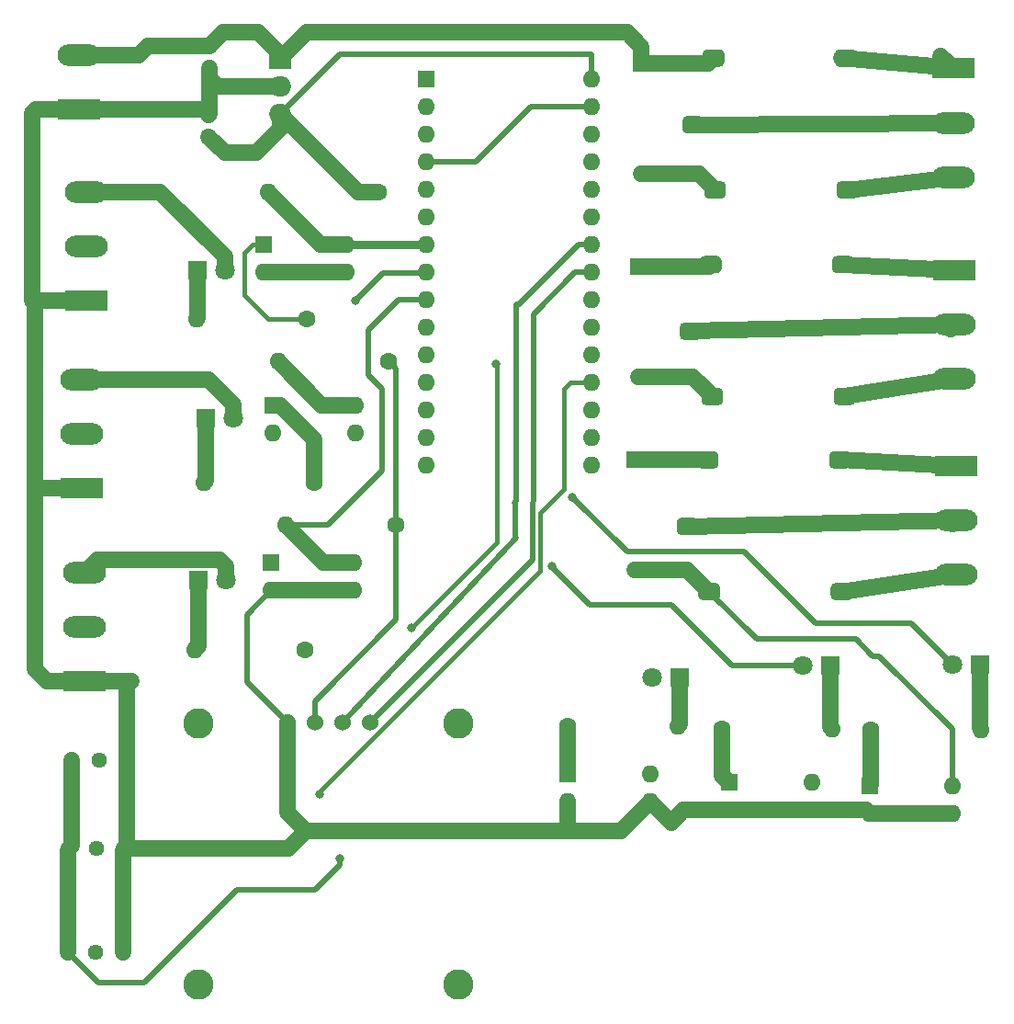
<source format=gbr>
%TF.GenerationSoftware,KiCad,Pcbnew,(5.1.6)-1*%
%TF.CreationDate,2020-11-28T00:37:20-05:00*%
%TF.ProjectId,arduino_graphite,61726475-696e-46f5-9f67-726170686974,rev?*%
%TF.SameCoordinates,Original*%
%TF.FileFunction,Copper,L2,Bot*%
%TF.FilePolarity,Positive*%
%FSLAX46Y46*%
G04 Gerber Fmt 4.6, Leading zero omitted, Abs format (unit mm)*
G04 Created by KiCad (PCBNEW (5.1.6)-1) date 2020-11-28 00:37:20*
%MOMM*%
%LPD*%
G01*
G04 APERTURE LIST*
%TA.AperFunction,ComponentPad*%
%ADD10O,3.960000X1.980000*%
%TD*%
%TA.AperFunction,ComponentPad*%
%ADD11R,3.960000X1.980000*%
%TD*%
%TA.AperFunction,ComponentPad*%
%ADD12C,2.800000*%
%TD*%
%TA.AperFunction,ComponentPad*%
%ADD13C,1.524000*%
%TD*%
%TA.AperFunction,ComponentPad*%
%ADD14O,1.600000X1.600000*%
%TD*%
%TA.AperFunction,ComponentPad*%
%ADD15R,1.600000X1.600000*%
%TD*%
%TA.AperFunction,ComponentPad*%
%ADD16C,1.800000*%
%TD*%
%TA.AperFunction,ComponentPad*%
%ADD17R,1.800000X1.800000*%
%TD*%
%TA.AperFunction,ComponentPad*%
%ADD18C,1.200000*%
%TD*%
%TA.AperFunction,ComponentPad*%
%ADD19R,1.200000X1.200000*%
%TD*%
%TA.AperFunction,ComponentPad*%
%ADD20O,1.500000X1.500000*%
%TD*%
%TA.AperFunction,ComponentPad*%
%ADD21R,1.500000X1.500000*%
%TD*%
%TA.AperFunction,ComponentPad*%
%ADD22C,1.600000*%
%TD*%
%TA.AperFunction,ComponentPad*%
%ADD23C,1.440000*%
%TD*%
%TA.AperFunction,ComponentPad*%
%ADD24O,2.000000X1.905000*%
%TD*%
%TA.AperFunction,ComponentPad*%
%ADD25R,2.000000X1.905000*%
%TD*%
%TA.AperFunction,ViaPad*%
%ADD26C,0.800000*%
%TD*%
%TA.AperFunction,Conductor*%
%ADD27C,0.400000*%
%TD*%
%TA.AperFunction,Conductor*%
%ADD28C,1.500000*%
%TD*%
%TA.AperFunction,Conductor*%
%ADD29C,0.500000*%
%TD*%
%TA.AperFunction,Conductor*%
%ADD30C,0.800000*%
%TD*%
%TA.AperFunction,Conductor*%
%ADD31C,0.250000*%
%TD*%
G04 APERTURE END LIST*
D10*
%TO.P,J4,2*%
%TO.N,+24vdc*%
X43434000Y-36833800D03*
D11*
%TO.P,J4,1*%
%TO.N,GND*%
X43434000Y-41833800D03*
%TD*%
D10*
%TO.P,J5,3*%
%TO.N,Net-(J5-Pad3)*%
X124028200Y-48074600D03*
%TO.P,J5,2*%
%TO.N,Net-(J5-Pad2)*%
X124028200Y-43074600D03*
D11*
%TO.P,J5,1*%
%TO.N,Net-(J5-Pad1)*%
X124028200Y-38074600D03*
%TD*%
D10*
%TO.P,J1,3*%
%TO.N,Net-(D1-Pad2)*%
X44119800Y-49436000D03*
%TO.P,J1,2*%
%TO.N,+24vdc*%
X44119800Y-54436000D03*
D11*
%TO.P,J1,1*%
%TO.N,GND*%
X44119800Y-59436000D03*
%TD*%
D10*
%TO.P,J2,3*%
%TO.N,Net-(D3-Pad2)*%
X43713400Y-66758800D03*
%TO.P,J2,2*%
%TO.N,+24vdc*%
X43713400Y-71758800D03*
D11*
%TO.P,J2,1*%
%TO.N,GND*%
X43713400Y-76758800D03*
%TD*%
D10*
%TO.P,J3,3*%
%TO.N,Net-(D2-Pad2)*%
X43967400Y-84538800D03*
%TO.P,J3,2*%
%TO.N,+24vdc*%
X43967400Y-89538800D03*
D11*
%TO.P,J3,1*%
%TO.N,GND*%
X43967400Y-94538800D03*
%TD*%
D10*
%TO.P,J6,3*%
%TO.N,Net-(J6-Pad3)*%
X124155200Y-66692800D03*
%TO.P,J6,2*%
%TO.N,Net-(J6-Pad2)*%
X124155200Y-61692800D03*
D11*
%TO.P,J6,1*%
%TO.N,Net-(J6-Pad1)*%
X124155200Y-56692800D03*
%TD*%
D10*
%TO.P,J7,3*%
%TO.N,Net-(J7-Pad3)*%
X124282200Y-84726800D03*
%TO.P,J7,2*%
%TO.N,Net-(J7-Pad2)*%
X124282200Y-79726800D03*
D11*
%TO.P,J7,1*%
%TO.N,Net-(J7-Pad1)*%
X124282200Y-74726800D03*
%TD*%
D12*
%TO.P,U5,*%
%TO.N,*%
X54446400Y-122439200D03*
X78446400Y-122439200D03*
X78446400Y-98439200D03*
X54446400Y-98439200D03*
D13*
%TO.P,U5,4*%
%TO.N,A4*%
X70256400Y-98339200D03*
%TO.P,U5,3*%
%TO.N,A5*%
X67716400Y-98339200D03*
%TO.P,U5,2*%
%TO.N,+5vdc*%
X65176400Y-98339200D03*
%TO.P,U5,1*%
%TO.N,GND*%
X62636400Y-98339200D03*
%TD*%
D14*
%TO.P,A1,16*%
%TO.N,Net-(A1-Pad16)*%
X90703400Y-74625200D03*
%TO.P,A1,15*%
%TO.N,out_chamber*%
X75463400Y-74625200D03*
%TO.P,A1,30*%
%TO.N,+5vdc*%
X90703400Y-39065200D03*
%TO.P,A1,14*%
%TO.N,out_vibrator*%
X75463400Y-72085200D03*
%TO.P,A1,29*%
%TO.N,GND*%
X90703400Y-41605200D03*
%TO.P,A1,13*%
%TO.N,out_hopper*%
X75463400Y-69545200D03*
%TO.P,A1,28*%
%TO.N,Net-(A1-Pad28)*%
X90703400Y-44145200D03*
%TO.P,A1,12*%
%TO.N,Net-(A1-Pad12)*%
X75463400Y-67005200D03*
%TO.P,A1,27*%
%TO.N,Net-(A1-Pad27)*%
X90703400Y-46685200D03*
%TO.P,A1,11*%
%TO.N,Net-(A1-Pad11)*%
X75463400Y-64465200D03*
%TO.P,A1,26*%
%TO.N,A7*%
X90703400Y-49225200D03*
%TO.P,A1,10*%
%TO.N,Net-(A1-Pad10)*%
X75463400Y-61925200D03*
%TO.P,A1,25*%
%TO.N,Net-(A1-Pad25)*%
X90703400Y-51765200D03*
%TO.P,A1,9*%
%TO.N,safety_doors*%
X75463400Y-59385200D03*
%TO.P,A1,24*%
%TO.N,A5*%
X90703400Y-54305200D03*
%TO.P,A1,8*%
%TO.N,level_chamber*%
X75463400Y-56845200D03*
%TO.P,A1,23*%
%TO.N,A4*%
X90703400Y-56845200D03*
%TO.P,A1,7*%
%TO.N,gate_hopper*%
X75463400Y-54305200D03*
%TO.P,A1,22*%
%TO.N,Net-(A1-Pad22)*%
X90703400Y-59385200D03*
%TO.P,A1,6*%
%TO.N,Net-(A1-Pad6)*%
X75463400Y-51765200D03*
%TO.P,A1,21*%
%TO.N,Net-(A1-Pad21)*%
X90703400Y-61925200D03*
%TO.P,A1,5*%
%TO.N,Net-(A1-Pad5)*%
X75463400Y-49225200D03*
%TO.P,A1,20*%
%TO.N,A1*%
X90703400Y-64465200D03*
%TO.P,A1,4*%
%TO.N,GND*%
X75463400Y-46685200D03*
%TO.P,A1,19*%
%TO.N,Ao*%
X90703400Y-67005200D03*
%TO.P,A1,3*%
%TO.N,Net-(A1-Pad3)*%
X75463400Y-44145200D03*
%TO.P,A1,18*%
%TO.N,Net-(A1-Pad18)*%
X90703400Y-69545200D03*
%TO.P,A1,2*%
%TO.N,Net-(A1-Pad2)*%
X75463400Y-41605200D03*
%TO.P,A1,17*%
%TO.N,Net-(A1-Pad17)*%
X90703400Y-72085200D03*
D15*
%TO.P,A1,1*%
%TO.N,Net-(A1-Pad1)*%
X75463400Y-39065200D03*
%TD*%
D16*
%TO.P,D1,2*%
%TO.N,Net-(D1-Pad2)*%
X56870600Y-56692800D03*
D17*
%TO.P,D1,1*%
%TO.N,Net-(D1-Pad1)*%
X54330600Y-56692800D03*
%TD*%
D16*
%TO.P,D2,2*%
%TO.N,Net-(D2-Pad2)*%
X56997600Y-85217000D03*
D17*
%TO.P,D2,1*%
%TO.N,Net-(D2-Pad1)*%
X54457600Y-85217000D03*
%TD*%
D16*
%TO.P,D3,2*%
%TO.N,Net-(D3-Pad2)*%
X57683400Y-70307200D03*
D17*
%TO.P,D3,1*%
%TO.N,Net-(D3-Pad1)*%
X55143400Y-70307200D03*
%TD*%
D16*
%TO.P,D4,2*%
%TO.N,out_hopper*%
X96240600Y-94132400D03*
D17*
%TO.P,D4,1*%
%TO.N,Net-(D4-Pad1)*%
X98780600Y-94132400D03*
%TD*%
D16*
%TO.P,D5,2*%
%TO.N,out_chamber*%
X123926600Y-92964000D03*
D17*
%TO.P,D5,1*%
%TO.N,Net-(D5-Pad1)*%
X126466600Y-92964000D03*
%TD*%
D16*
%TO.P,D6,2*%
%TO.N,out_vibrator*%
X110185200Y-93040200D03*
D17*
%TO.P,D6,1*%
%TO.N,Net-(D6-Pad1)*%
X112725200Y-93040200D03*
%TD*%
%TO.P,K1,2*%
%TO.N,Net-(D7-Pad2)*%
%TA.AperFunction,ComponentPad*%
G36*
G01*
X101079400Y-49660200D02*
X101079400Y-48860200D01*
G75*
G02*
X101479400Y-48460200I400000J0D01*
G01*
X102679400Y-48460200D01*
G75*
G02*
X103079400Y-48860200I0J-400000D01*
G01*
X103079400Y-49660200D01*
G75*
G02*
X102679400Y-50060200I-400000J0D01*
G01*
X101479400Y-50060200D01*
G75*
G02*
X101079400Y-49660200I0J400000D01*
G01*
G37*
%TD.AperFunction*%
%TO.P,K1,5*%
%TO.N,Net-(J5-Pad3)*%
%TA.AperFunction,ComponentPad*%
G36*
G01*
X113279400Y-49660200D02*
X113279400Y-48860200D01*
G75*
G02*
X113679400Y-48460200I400000J0D01*
G01*
X114879400Y-48460200D01*
G75*
G02*
X115279400Y-48860200I0J-400000D01*
G01*
X115279400Y-49660200D01*
G75*
G02*
X114879400Y-50060200I-400000J0D01*
G01*
X113679400Y-50060200D01*
G75*
G02*
X113279400Y-49660200I0J400000D01*
G01*
G37*
%TD.AperFunction*%
%TO.P,K1,3*%
%TO.N,Net-(J5-Pad1)*%
%TA.AperFunction,ComponentPad*%
G36*
G01*
X113129400Y-37520200D02*
X113129400Y-36720200D01*
G75*
G02*
X113529400Y-36320200I400000J0D01*
G01*
X114729400Y-36320200D01*
G75*
G02*
X115129400Y-36720200I0J-400000D01*
G01*
X115129400Y-37520200D01*
G75*
G02*
X114729400Y-37920200I-400000J0D01*
G01*
X113529400Y-37920200D01*
G75*
G02*
X113129400Y-37520200I0J400000D01*
G01*
G37*
%TD.AperFunction*%
%TO.P,K1,1*%
%TO.N,+24vdc*%
%TA.AperFunction,ComponentPad*%
G36*
G01*
X100929400Y-37520200D02*
X100929400Y-36720200D01*
G75*
G02*
X101329400Y-36320200I400000J0D01*
G01*
X102529400Y-36320200D01*
G75*
G02*
X102929400Y-36720200I0J-400000D01*
G01*
X102929400Y-37520200D01*
G75*
G02*
X102529400Y-37920200I-400000J0D01*
G01*
X101329400Y-37920200D01*
G75*
G02*
X100929400Y-37520200I0J400000D01*
G01*
G37*
%TD.AperFunction*%
%TO.P,K1,4*%
%TO.N,Net-(J5-Pad2)*%
%TA.AperFunction,ComponentPad*%
G36*
G01*
X99079400Y-43660200D02*
X99079400Y-42860200D01*
G75*
G02*
X99479400Y-42460200I400000J0D01*
G01*
X100679400Y-42460200D01*
G75*
G02*
X101079400Y-42860200I0J-400000D01*
G01*
X101079400Y-43660200D01*
G75*
G02*
X100679400Y-44060200I-400000J0D01*
G01*
X99479400Y-44060200D01*
G75*
G02*
X99079400Y-43660200I0J400000D01*
G01*
G37*
%TD.AperFunction*%
%TD*%
%TO.P,K2,2*%
%TO.N,Net-(D8-Pad2)*%
%TA.AperFunction,ComponentPad*%
G36*
G01*
X100825400Y-68684800D02*
X100825400Y-67884800D01*
G75*
G02*
X101225400Y-67484800I400000J0D01*
G01*
X102425400Y-67484800D01*
G75*
G02*
X102825400Y-67884800I0J-400000D01*
G01*
X102825400Y-68684800D01*
G75*
G02*
X102425400Y-69084800I-400000J0D01*
G01*
X101225400Y-69084800D01*
G75*
G02*
X100825400Y-68684800I0J400000D01*
G01*
G37*
%TD.AperFunction*%
%TO.P,K2,5*%
%TO.N,Net-(J6-Pad3)*%
%TA.AperFunction,ComponentPad*%
G36*
G01*
X113025400Y-68684800D02*
X113025400Y-67884800D01*
G75*
G02*
X113425400Y-67484800I400000J0D01*
G01*
X114625400Y-67484800D01*
G75*
G02*
X115025400Y-67884800I0J-400000D01*
G01*
X115025400Y-68684800D01*
G75*
G02*
X114625400Y-69084800I-400000J0D01*
G01*
X113425400Y-69084800D01*
G75*
G02*
X113025400Y-68684800I0J400000D01*
G01*
G37*
%TD.AperFunction*%
%TO.P,K2,3*%
%TO.N,Net-(J6-Pad1)*%
%TA.AperFunction,ComponentPad*%
G36*
G01*
X112875400Y-56544800D02*
X112875400Y-55744800D01*
G75*
G02*
X113275400Y-55344800I400000J0D01*
G01*
X114475400Y-55344800D01*
G75*
G02*
X114875400Y-55744800I0J-400000D01*
G01*
X114875400Y-56544800D01*
G75*
G02*
X114475400Y-56944800I-400000J0D01*
G01*
X113275400Y-56944800D01*
G75*
G02*
X112875400Y-56544800I0J400000D01*
G01*
G37*
%TD.AperFunction*%
%TO.P,K2,1*%
%TO.N,+24vdc*%
%TA.AperFunction,ComponentPad*%
G36*
G01*
X100675400Y-56544800D02*
X100675400Y-55744800D01*
G75*
G02*
X101075400Y-55344800I400000J0D01*
G01*
X102275400Y-55344800D01*
G75*
G02*
X102675400Y-55744800I0J-400000D01*
G01*
X102675400Y-56544800D01*
G75*
G02*
X102275400Y-56944800I-400000J0D01*
G01*
X101075400Y-56944800D01*
G75*
G02*
X100675400Y-56544800I0J400000D01*
G01*
G37*
%TD.AperFunction*%
%TO.P,K2,4*%
%TO.N,Net-(J6-Pad2)*%
%TA.AperFunction,ComponentPad*%
G36*
G01*
X98825400Y-62684800D02*
X98825400Y-61884800D01*
G75*
G02*
X99225400Y-61484800I400000J0D01*
G01*
X100425400Y-61484800D01*
G75*
G02*
X100825400Y-61884800I0J-400000D01*
G01*
X100825400Y-62684800D01*
G75*
G02*
X100425400Y-63084800I-400000J0D01*
G01*
X99225400Y-63084800D01*
G75*
G02*
X98825400Y-62684800I0J400000D01*
G01*
G37*
%TD.AperFunction*%
%TD*%
%TO.P,K3,2*%
%TO.N,Net-(D9-Pad2)*%
%TA.AperFunction,ComponentPad*%
G36*
G01*
X100546000Y-86668000D02*
X100546000Y-85868000D01*
G75*
G02*
X100946000Y-85468000I400000J0D01*
G01*
X102146000Y-85468000D01*
G75*
G02*
X102546000Y-85868000I0J-400000D01*
G01*
X102546000Y-86668000D01*
G75*
G02*
X102146000Y-87068000I-400000J0D01*
G01*
X100946000Y-87068000D01*
G75*
G02*
X100546000Y-86668000I0J400000D01*
G01*
G37*
%TD.AperFunction*%
%TO.P,K3,5*%
%TO.N,Net-(J7-Pad3)*%
%TA.AperFunction,ComponentPad*%
G36*
G01*
X112746000Y-86668000D02*
X112746000Y-85868000D01*
G75*
G02*
X113146000Y-85468000I400000J0D01*
G01*
X114346000Y-85468000D01*
G75*
G02*
X114746000Y-85868000I0J-400000D01*
G01*
X114746000Y-86668000D01*
G75*
G02*
X114346000Y-87068000I-400000J0D01*
G01*
X113146000Y-87068000D01*
G75*
G02*
X112746000Y-86668000I0J400000D01*
G01*
G37*
%TD.AperFunction*%
%TO.P,K3,3*%
%TO.N,Net-(J7-Pad1)*%
%TA.AperFunction,ComponentPad*%
G36*
G01*
X112596000Y-74528000D02*
X112596000Y-73728000D01*
G75*
G02*
X112996000Y-73328000I400000J0D01*
G01*
X114196000Y-73328000D01*
G75*
G02*
X114596000Y-73728000I0J-400000D01*
G01*
X114596000Y-74528000D01*
G75*
G02*
X114196000Y-74928000I-400000J0D01*
G01*
X112996000Y-74928000D01*
G75*
G02*
X112596000Y-74528000I0J400000D01*
G01*
G37*
%TD.AperFunction*%
%TO.P,K3,1*%
%TO.N,+24vdc*%
%TA.AperFunction,ComponentPad*%
G36*
G01*
X100396000Y-74528000D02*
X100396000Y-73728000D01*
G75*
G02*
X100796000Y-73328000I400000J0D01*
G01*
X101996000Y-73328000D01*
G75*
G02*
X102396000Y-73728000I0J-400000D01*
G01*
X102396000Y-74528000D01*
G75*
G02*
X101996000Y-74928000I-400000J0D01*
G01*
X100796000Y-74928000D01*
G75*
G02*
X100396000Y-74528000I0J400000D01*
G01*
G37*
%TD.AperFunction*%
%TO.P,K3,4*%
%TO.N,Net-(J7-Pad2)*%
%TA.AperFunction,ComponentPad*%
G36*
G01*
X98546000Y-80668000D02*
X98546000Y-79868000D01*
G75*
G02*
X98946000Y-79468000I400000J0D01*
G01*
X100146000Y-79468000D01*
G75*
G02*
X100546000Y-79868000I0J-400000D01*
G01*
X100546000Y-80668000D01*
G75*
G02*
X100146000Y-81068000I-400000J0D01*
G01*
X98946000Y-81068000D01*
G75*
G02*
X98546000Y-80668000I0J400000D01*
G01*
G37*
%TD.AperFunction*%
%TD*%
D18*
%TO.P,C1,2*%
%TO.N,GND*%
X55473600Y-37991800D03*
D19*
%TO.P,C1,1*%
%TO.N,+24vdc*%
X55473600Y-35991800D03*
%TD*%
D18*
%TO.P,C2,2*%
%TO.N,GND*%
X55422800Y-42348400D03*
D19*
%TO.P,C2,1*%
%TO.N,+5vdc*%
X55422800Y-44348400D03*
%TD*%
D20*
%TO.P,D7,2*%
%TO.N,Net-(D7-Pad2)*%
X95300800Y-47777400D03*
D21*
%TO.P,D7,1*%
%TO.N,+24vdc*%
X95300800Y-37617400D03*
%TD*%
D20*
%TO.P,D8,2*%
%TO.N,Net-(D8-Pad2)*%
X94996000Y-66446400D03*
D21*
%TO.P,D8,1*%
%TO.N,+24vdc*%
X94996000Y-56286400D03*
%TD*%
D20*
%TO.P,D9,2*%
%TO.N,Net-(D9-Pad2)*%
X94665800Y-84251800D03*
D21*
%TO.P,D9,1*%
%TO.N,+24vdc*%
X94665800Y-74091800D03*
%TD*%
D14*
%TO.P,R1,2*%
%TO.N,Net-(D1-Pad1)*%
X54254400Y-61163200D03*
D22*
%TO.P,R1,1*%
%TO.N,Net-(R1-Pad1)*%
X64414400Y-61163200D03*
%TD*%
D14*
%TO.P,R2,2*%
%TO.N,Net-(D2-Pad1)*%
X54152800Y-91592400D03*
D22*
%TO.P,R2,1*%
%TO.N,Net-(R2-Pad1)*%
X64312800Y-91592400D03*
%TD*%
D14*
%TO.P,R3,2*%
%TO.N,Net-(D3-Pad1)*%
X54991000Y-76200000D03*
D22*
%TO.P,R3,1*%
%TO.N,Net-(R3-Pad1)*%
X65151000Y-76200000D03*
%TD*%
D14*
%TO.P,R4,2*%
%TO.N,gate_hopper*%
X60883800Y-49453800D03*
D22*
%TO.P,R4,1*%
%TO.N,+5vdc*%
X71043800Y-49453800D03*
%TD*%
D14*
%TO.P,R5,2*%
%TO.N,level_chamber*%
X61798200Y-65074800D03*
D22*
%TO.P,R5,1*%
%TO.N,+5vdc*%
X71958200Y-65074800D03*
%TD*%
D14*
%TO.P,R6,2*%
%TO.N,safety_doors*%
X62484000Y-80137000D03*
D22*
%TO.P,R6,1*%
%TO.N,+5vdc*%
X72644000Y-80137000D03*
%TD*%
D14*
%TO.P,R7,2*%
%TO.N,Net-(D4-Pad1)*%
X98653600Y-98653600D03*
D22*
%TO.P,R7,1*%
%TO.N,Net-(R7-Pad1)*%
X88493600Y-98653600D03*
%TD*%
D14*
%TO.P,R8,2*%
%TO.N,Net-(D6-Pad1)*%
X112877600Y-98907600D03*
D22*
%TO.P,R8,1*%
%TO.N,Net-(R8-Pad1)*%
X102717600Y-98907600D03*
%TD*%
D14*
%TO.P,R9,2*%
%TO.N,Net-(D5-Pad1)*%
X126593600Y-98983800D03*
D22*
%TO.P,R9,1*%
%TO.N,Net-(R9-Pad1)*%
X116433600Y-98983800D03*
%TD*%
D23*
%TO.P,RV1,3*%
%TO.N,GND*%
X47498000Y-119456200D03*
%TO.P,RV1,2*%
%TO.N,Ao*%
X44958000Y-119456200D03*
%TO.P,RV1,1*%
%TO.N,+5vdc*%
X42418000Y-119456200D03*
%TD*%
%TO.P,RV2,3*%
%TO.N,GND*%
X47625000Y-109956600D03*
%TO.P,RV2,2*%
%TO.N,A1*%
X45085000Y-109956600D03*
%TO.P,RV2,1*%
%TO.N,+5vdc*%
X42545000Y-109956600D03*
%TD*%
%TO.P,RV3,3*%
%TO.N,GND*%
X47879000Y-101777800D03*
%TO.P,RV3,2*%
%TO.N,A7*%
X45339000Y-101777800D03*
%TO.P,RV3,1*%
%TO.N,+5vdc*%
X42799000Y-101777800D03*
%TD*%
D24*
%TO.P,U1,3*%
%TO.N,+5vdc*%
X62001400Y-42265600D03*
%TO.P,U1,2*%
%TO.N,GND*%
X62001400Y-39725600D03*
D25*
%TO.P,U1,1*%
%TO.N,+24vdc*%
X62001400Y-37185600D03*
%TD*%
D14*
%TO.P,U2,4*%
%TO.N,gate_hopper*%
X68122800Y-54254400D03*
%TO.P,U2,2*%
%TO.N,GND*%
X60502800Y-56794400D03*
%TO.P,U2,3*%
X68122800Y-56794400D03*
D15*
%TO.P,U2,1*%
%TO.N,Net-(R1-Pad1)*%
X60502800Y-54254400D03*
%TD*%
D14*
%TO.P,U3,4*%
%TO.N,level_chamber*%
X68910200Y-69088000D03*
%TO.P,U3,2*%
%TO.N,GND*%
X61290200Y-71628000D03*
%TO.P,U3,3*%
X68910200Y-71628000D03*
D15*
%TO.P,U3,1*%
%TO.N,Net-(R3-Pad1)*%
X61290200Y-69088000D03*
%TD*%
D14*
%TO.P,U4,4*%
%TO.N,safety_doors*%
X68783200Y-83616800D03*
%TO.P,U4,2*%
%TO.N,GND*%
X61163200Y-86156800D03*
%TO.P,U4,3*%
X68783200Y-86156800D03*
D15*
%TO.P,U4,1*%
%TO.N,Net-(R2-Pad1)*%
X61163200Y-83616800D03*
%TD*%
D14*
%TO.P,U6,4*%
%TO.N,Net-(D7-Pad2)*%
X96113600Y-103073200D03*
%TO.P,U6,2*%
%TO.N,GND*%
X88493600Y-105613200D03*
%TO.P,U6,3*%
X96113600Y-105613200D03*
D15*
%TO.P,U6,1*%
%TO.N,Net-(R7-Pad1)*%
X88493600Y-103073200D03*
%TD*%
D14*
%TO.P,U7,4*%
%TO.N,Net-(D8-Pad2)*%
X110998000Y-103860600D03*
%TO.P,U7,2*%
%TO.N,GND*%
X103378000Y-106400600D03*
%TO.P,U7,3*%
X110998000Y-106400600D03*
D15*
%TO.P,U7,1*%
%TO.N,Net-(R8-Pad1)*%
X103378000Y-103860600D03*
%TD*%
D14*
%TO.P,U8,4*%
%TO.N,Net-(D9-Pad2)*%
X123926600Y-104190800D03*
%TO.P,U8,2*%
%TO.N,GND*%
X116306600Y-106730800D03*
%TO.P,U8,3*%
X123926600Y-106730800D03*
D15*
%TO.P,U8,1*%
%TO.N,Net-(R9-Pad1)*%
X116306600Y-104190800D03*
%TD*%
D26*
%TO.N,Ao*%
X65659000Y-104902000D03*
%TO.N,A1*%
X74117200Y-89611200D03*
X81915000Y-65278000D03*
%TO.N,level_chamber*%
X68910200Y-59486800D03*
%TO.N,out_vibrator*%
X87045800Y-83896200D03*
%TO.N,+5vdc*%
X67487800Y-110820200D03*
%TO.N,out_chamber*%
X88894322Y-77541222D03*
%TD*%
D27*
%TO.N,Ao*%
X85928200Y-79019400D02*
X85928200Y-84387162D01*
X88773000Y-67005200D02*
X88163400Y-67614800D01*
X88163400Y-67614800D02*
X88163400Y-76784200D01*
X88163400Y-76784200D02*
X85928200Y-79019400D01*
X65735200Y-104825800D02*
X65659000Y-104902000D01*
X90703400Y-67005200D02*
X88773000Y-67005200D01*
X85928200Y-84387162D02*
X65735200Y-104580162D01*
X65735200Y-104580162D02*
X65735200Y-104825800D01*
D28*
%TO.N,GND*%
X123926600Y-106730800D02*
X116306600Y-106730800D01*
X115976400Y-106400600D02*
X116306600Y-106730800D01*
X110998000Y-106400600D02*
X115976400Y-106400600D01*
X103378000Y-106400600D02*
X110998000Y-106400600D01*
X96113600Y-105613200D02*
X98044000Y-107543600D01*
X99187000Y-106400600D02*
X103378000Y-106400600D01*
X98044000Y-107543600D02*
X99187000Y-106400600D01*
X88493600Y-105613200D02*
X88493600Y-107823000D01*
X88493600Y-107823000D02*
X89001600Y-108331000D01*
X93395800Y-108331000D02*
X96113600Y-105613200D01*
X89001600Y-108331000D02*
X93395800Y-108331000D01*
X62636400Y-98339200D02*
X62636400Y-106578400D01*
X64389000Y-108331000D02*
X89001600Y-108331000D01*
X62636400Y-106578400D02*
X64389000Y-108331000D01*
X47879000Y-109702600D02*
X47625000Y-109956600D01*
X47879000Y-101777800D02*
X47879000Y-109702600D01*
X47498000Y-110083600D02*
X47625000Y-109956600D01*
X47498000Y-119456200D02*
X47498000Y-110083600D01*
X62763400Y-109956600D02*
X64389000Y-108331000D01*
X47625000Y-109956600D02*
X62763400Y-109956600D01*
X43967400Y-94538800D02*
X48234600Y-94538800D01*
X47879000Y-94894400D02*
X47879000Y-101777800D01*
X48234600Y-94538800D02*
X47879000Y-94894400D01*
X43713400Y-76758800D02*
X39751000Y-76758800D01*
X39751000Y-76758800D02*
X39395400Y-77114400D01*
X39395400Y-77114400D02*
X39395400Y-93421200D01*
X40513000Y-94538800D02*
X43967400Y-94538800D01*
X39395400Y-93421200D02*
X40513000Y-94538800D01*
X44119800Y-59436000D02*
X39141400Y-59436000D01*
X39395400Y-59690000D02*
X39395400Y-77114400D01*
X39141400Y-59436000D02*
X39395400Y-59690000D01*
X43434000Y-41833800D02*
X39497000Y-41833800D01*
X39141400Y-42189400D02*
X39141400Y-59436000D01*
X39497000Y-41833800D02*
X39141400Y-42189400D01*
X55473600Y-42297600D02*
X55422800Y-42348400D01*
X55009800Y-41833800D02*
X55473600Y-42297600D01*
X43434000Y-41833800D02*
X55009800Y-41833800D01*
X56235600Y-39725600D02*
X55473600Y-38963600D01*
X62001400Y-39725600D02*
X56235600Y-39725600D01*
X55473600Y-37991800D02*
X55473600Y-38963600D01*
X55473600Y-38963600D02*
X55473600Y-42297600D01*
X68122800Y-56794400D02*
X60502800Y-56794400D01*
X68783200Y-86156800D02*
X61163200Y-86156800D01*
D29*
X90703400Y-41605200D02*
X85115400Y-41605200D01*
X80035400Y-46685200D02*
X75463400Y-46685200D01*
X85115400Y-41605200D02*
X80035400Y-46685200D01*
X62636400Y-98339200D02*
X58902600Y-94605400D01*
X58902600Y-88417400D02*
X61163200Y-86156800D01*
X58902600Y-94605400D02*
X58902600Y-88417400D01*
D27*
%TO.N,A1*%
X74117200Y-89611200D02*
X81991200Y-81737200D01*
X81991200Y-81737200D02*
X81991200Y-65354200D01*
X81991200Y-65354200D02*
X81915000Y-65278000D01*
D28*
%TO.N,gate_hopper*%
X65684400Y-54254400D02*
X60883800Y-49453800D01*
X68122800Y-54254400D02*
X65684400Y-54254400D01*
D30*
X75412600Y-54254400D02*
X75463400Y-54305200D01*
X68122800Y-54254400D02*
X75412600Y-54254400D01*
D29*
%TO.N,A4*%
X85344000Y-77236546D02*
X85344000Y-60756800D01*
X85278189Y-83317411D02*
X85278189Y-78750157D01*
X70256400Y-98339200D02*
X85278189Y-83317411D01*
X89179400Y-56845200D02*
X90703400Y-56845200D01*
X85331199Y-60693401D02*
X89179400Y-56845200D01*
D31*
X85369400Y-77211146D02*
X85344000Y-77236546D01*
D29*
X85267800Y-78867000D02*
X85344000Y-77114400D01*
D28*
%TO.N,level_chamber*%
X65811400Y-69088000D02*
X61798200Y-65074800D01*
X68910200Y-69088000D02*
X65811400Y-69088000D01*
D29*
X68910200Y-59486800D02*
X71450200Y-56946800D01*
X75361800Y-56946800D02*
X75463400Y-56845200D01*
X71450200Y-56946800D02*
X75361800Y-56946800D01*
%TO.N,A5*%
X83601211Y-78069789D02*
X83722433Y-77948567D01*
X83718400Y-77800200D02*
X83718400Y-59770419D01*
X89484200Y-54305200D02*
X90703400Y-54305200D01*
X83896200Y-59893200D02*
X89484200Y-54305200D01*
D31*
X83540600Y-81127600D02*
X83718400Y-81305400D01*
X83540600Y-81051400D02*
X83540600Y-81127600D01*
D29*
X83642200Y-81254600D02*
X83667600Y-77952600D01*
X67716400Y-98339200D02*
X83718400Y-81305400D01*
D28*
%TO.N,safety_doors*%
X65963800Y-83616800D02*
X62484000Y-80137000D01*
X68783200Y-83616800D02*
X65963800Y-83616800D01*
D29*
X62484000Y-80137000D02*
X66370200Y-80137000D01*
X66370200Y-80137000D02*
X71374000Y-75133200D01*
X71374000Y-75133200D02*
X71374000Y-67614800D01*
X71374000Y-67614800D02*
X70104000Y-66344800D01*
X70104000Y-66344800D02*
X70104000Y-62204600D01*
X72923400Y-59385200D02*
X75463400Y-59385200D01*
X70104000Y-62204600D02*
X72923400Y-59385200D01*
%TO.N,out_vibrator*%
X110185200Y-93040200D02*
X103657400Y-93040200D01*
X103657400Y-93040200D02*
X98094800Y-87477600D01*
X98094800Y-87477600D02*
X90551000Y-87477600D01*
X90551000Y-87477600D02*
X87045800Y-83972400D01*
X87045800Y-83972400D02*
X87045800Y-83896200D01*
D28*
%TO.N,+5vdc*%
X42799000Y-109702600D02*
X42545000Y-109956600D01*
X42799000Y-101777800D02*
X42799000Y-109702600D01*
X42418000Y-110083600D02*
X42545000Y-109956600D01*
X42418000Y-119456200D02*
X42418000Y-110083600D01*
X62001400Y-42265600D02*
X62001400Y-43586400D01*
X62001400Y-43586400D02*
X59766200Y-45821600D01*
X56896000Y-45821600D02*
X55422800Y-44348400D01*
X59766200Y-45821600D02*
X56896000Y-45821600D01*
X69189600Y-49453800D02*
X62001400Y-42265600D01*
X71043800Y-49453800D02*
X69189600Y-49453800D01*
D29*
X67513200Y-36753800D02*
X62001400Y-42265600D01*
X90703400Y-39065200D02*
X90703400Y-36753800D01*
X90703400Y-36753800D02*
X67513200Y-36753800D01*
X65176400Y-98339200D02*
X65176400Y-96342200D01*
X72644000Y-88874600D02*
X72644000Y-80137000D01*
X65176400Y-96342200D02*
X72644000Y-88874600D01*
X42418000Y-119456200D02*
X45262800Y-122301000D01*
X45262800Y-122301000D02*
X49479200Y-122301000D01*
X49479200Y-122301000D02*
X58039000Y-113741200D01*
X58039000Y-113741200D02*
X65201800Y-113741200D01*
X65201800Y-113741200D02*
X67487800Y-111455200D01*
X67487800Y-111455200D02*
X67487800Y-110820200D01*
X72644000Y-65760600D02*
X72644000Y-80137000D01*
X71958200Y-65074800D02*
X72644000Y-65760600D01*
%TO.N,out_chamber*%
X104775000Y-82600800D02*
X93953900Y-82600800D01*
X120142000Y-89179400D02*
X111353600Y-89179400D01*
X93953900Y-82600800D02*
X88894322Y-77541222D01*
X111353600Y-89179400D02*
X104775000Y-82600800D01*
X123926600Y-92964000D02*
X120142000Y-89179400D01*
D28*
%TO.N,+24vdc*%
X101533800Y-56286400D02*
X101675400Y-56144800D01*
X94996000Y-56286400D02*
X101533800Y-56286400D01*
X101359800Y-74091800D02*
X101396000Y-74128000D01*
X94665800Y-74091800D02*
X101359800Y-74091800D01*
X101432200Y-37617400D02*
X101929400Y-37120200D01*
X95300800Y-37617400D02*
X101432200Y-37617400D01*
X43434000Y-36833800D02*
X48916600Y-36833800D01*
X49758600Y-35991800D02*
X55473600Y-35991800D01*
X48916600Y-36833800D02*
X49758600Y-35991800D01*
X62001400Y-37185600D02*
X62001400Y-36728400D01*
X62001400Y-36728400D02*
X59994800Y-34721800D01*
X56743600Y-34721800D02*
X55473600Y-35991800D01*
X59994800Y-34721800D02*
X56743600Y-34721800D01*
D29*
X95300800Y-37617400D02*
X95300800Y-36652200D01*
D28*
X95300800Y-37617400D02*
X95300800Y-36118800D01*
X95300800Y-36118800D02*
X93954600Y-34772600D01*
X64414400Y-34772600D02*
X62001400Y-37185600D01*
X93954600Y-34772600D02*
X64414400Y-34772600D01*
%TO.N,Net-(D1-Pad2)*%
X56870600Y-55420008D02*
X50886592Y-49436000D01*
X50886592Y-49436000D02*
X44119800Y-49436000D01*
X56870600Y-56692800D02*
X56870600Y-55420008D01*
%TO.N,Net-(D1-Pad1)*%
X54330600Y-61087000D02*
X54254400Y-61163200D01*
X54330600Y-56692800D02*
X54330600Y-61087000D01*
%TO.N,Net-(D2-Pad2)*%
X56420391Y-83366999D02*
X45139201Y-83366999D01*
X45139201Y-83366999D02*
X43967400Y-84538800D01*
X56997600Y-83944208D02*
X56420391Y-83366999D01*
X56997600Y-85217000D02*
X56997600Y-83944208D01*
%TO.N,Net-(D2-Pad1)*%
X54457600Y-91287600D02*
X54152800Y-91592400D01*
X54457600Y-85217000D02*
X54457600Y-91287600D01*
%TO.N,Net-(D3-Pad1)*%
X55143400Y-76047600D02*
X54991000Y-76200000D01*
X55143400Y-70307200D02*
X55143400Y-76047600D01*
%TO.N,Net-(D3-Pad2)*%
X55407792Y-66758800D02*
X43713400Y-66758800D01*
X57683400Y-69034408D02*
X55407792Y-66758800D01*
X57683400Y-70307200D02*
X57683400Y-69034408D01*
%TO.N,Net-(D4-Pad1)*%
X98780600Y-98526600D02*
X98653600Y-98653600D01*
X98780600Y-94132400D02*
X98780600Y-98526600D01*
%TO.N,Net-(D5-Pad1)*%
X126466600Y-98856800D02*
X126593600Y-98983800D01*
X126466600Y-92964000D02*
X126466600Y-98856800D01*
%TO.N,Net-(D6-Pad1)*%
X112725200Y-98755200D02*
X112877600Y-98907600D01*
X112725200Y-93040200D02*
X112725200Y-98755200D01*
%TO.N,Net-(D7-Pad2)*%
X100596600Y-47777400D02*
X102079400Y-49260200D01*
X95300800Y-47777400D02*
X100596600Y-47777400D01*
%TO.N,Net-(D8-Pad2)*%
X99987000Y-66446400D02*
X101825400Y-68284800D01*
X94996000Y-66446400D02*
X99987000Y-66446400D01*
%TO.N,Net-(D9-Pad2)*%
X99529800Y-84251800D02*
X101546000Y-86268000D01*
X94665800Y-84251800D02*
X99529800Y-84251800D01*
D29*
X123926600Y-104190800D02*
X123926600Y-98933000D01*
X123926600Y-98933000D02*
X117195600Y-92202000D01*
X117195600Y-92202000D02*
X116611400Y-92202000D01*
X116611400Y-92202000D02*
X115062000Y-90652600D01*
X105930600Y-90652600D02*
X101546000Y-86268000D01*
X115062000Y-90652600D02*
X105930600Y-90652600D01*
D28*
%TO.N,Net-(J5-Pad3)*%
X124028200Y-48074600D02*
X124569200Y-48277800D01*
X114279400Y-49260200D02*
X124028200Y-48074600D01*
%TO.N,Net-(J5-Pad2)*%
X124010600Y-43057000D02*
X124028200Y-43074600D01*
X100079400Y-43260200D02*
X124028200Y-43074600D01*
%TO.N,Net-(J5-Pad1)*%
X122870600Y-36917000D02*
X124028200Y-38074600D01*
X113737600Y-37109400D02*
X124028200Y-38074600D01*
%TO.N,Net-(J6-Pad3)*%
X114025400Y-68284800D02*
X124155200Y-66692800D01*
%TO.N,Net-(J6-Pad2)*%
X123766400Y-62081600D02*
X124155200Y-61692800D01*
X99825400Y-62284800D02*
X124155200Y-61692800D01*
%TO.N,Net-(J6-Pad1)*%
X113875400Y-56144800D02*
X124155200Y-56692800D01*
%TO.N,Net-(J7-Pad1)*%
X113596000Y-74128000D02*
X124282200Y-74726800D01*
%TO.N,Net-(J7-Pad2)*%
X123944200Y-80064800D02*
X124282200Y-79726800D01*
X99546000Y-80268000D02*
X124282200Y-79726800D01*
%TO.N,Net-(J7-Pad3)*%
X113746000Y-86268000D02*
X124282200Y-84726800D01*
D27*
%TO.N,Net-(R1-Pad1)*%
X64414400Y-61163200D02*
X60909200Y-61163200D01*
X60909200Y-61163200D02*
X58674000Y-58928000D01*
X58674000Y-58928000D02*
X58674000Y-55016400D01*
X59436000Y-54254400D02*
X60502800Y-54254400D01*
X58674000Y-55016400D02*
X59436000Y-54254400D01*
X60502800Y-54254400D02*
X60502800Y-54102000D01*
D28*
%TO.N,Net-(R3-Pad1)*%
X65151000Y-76200000D02*
X65151000Y-72212200D01*
X62026800Y-69088000D02*
X61290200Y-69088000D01*
X65151000Y-72212200D02*
X62026800Y-69088000D01*
%TO.N,Net-(R7-Pad1)*%
X88493600Y-98653600D02*
X88493600Y-103073200D01*
%TO.N,Net-(R8-Pad1)*%
X102717600Y-103200200D02*
X103378000Y-103860600D01*
X102717600Y-98907600D02*
X102717600Y-103200200D01*
%TO.N,Net-(R9-Pad1)*%
X116433600Y-104063800D02*
X116306600Y-104190800D01*
X116433600Y-98983800D02*
X116433600Y-104063800D01*
%TD*%
M02*

</source>
